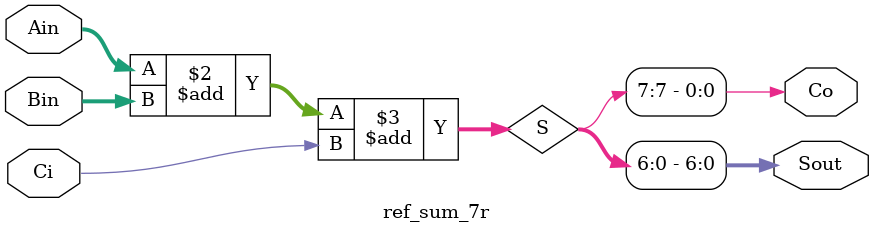
<source format=v>
module ref_sum_7r (Ain, Bin, Ci, Sout, Co);
  input [6:0] Ain, Bin;
  input        Ci;
  output[6:0] Sout;
  output       Co;
  
  reg[7:0] S;
  
  always @(*) begin
    S = Ain + Bin + Ci;
  end
  
  assign Sout = S[6:0];
  assign Co   = S[7];
endmodule
</source>
